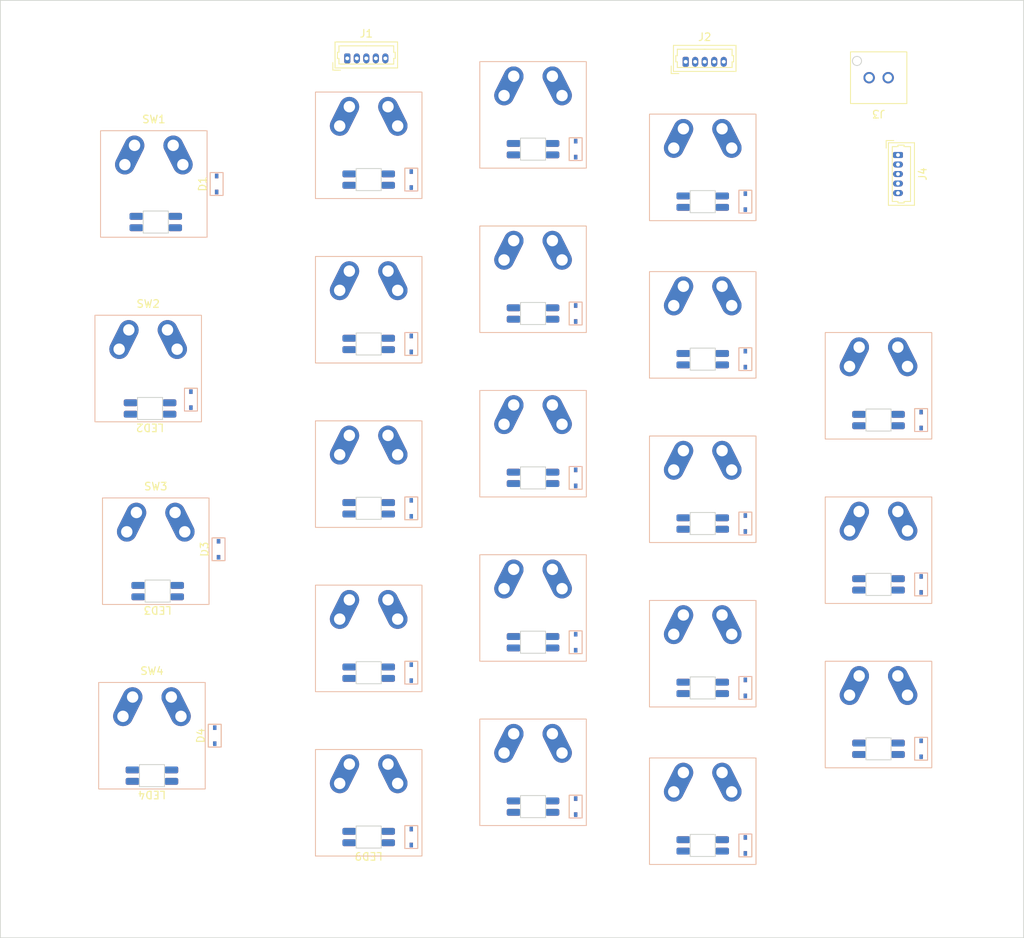
<source format=kicad_pcb>
(kicad_pcb (version 20211014) (generator pcbnew)
  (title_block (title "Keeb Keys") (date "2022-12-01") (rev "1") (company "Diego Covarrubias"))
  (layers (0 "F.Cu" signal) (31 "B.Cu" signal) (34 "B.Paste" user) (35 "F.Paste" user) (36 "B.SilkS" user "B.Silkscreen") (37 "F.SilkS" user "F.Silkscreen") (38 "B.Mask" user) (39 "F.Mask" user) (44 "Edge.Cuts" user))
  (net 0 "")
  (net 1 "COL1")
  (net 2 "Net-(D1-Pad2)")
  (net 3 "Net-(D2-Pad2)")
  (net 4 "Net-(D3-Pad2)")
  (net 5 "Net-(D4-Pad2)")
  (net 6 "Net-(D5-Pad2)")
  (net 7 "Net-(D6-Pad2)")
  (net 8 "Net-(D7-Pad2)")
  (net 9 "Net-(D8-Pad2)")
  (net 10 "Net-(D9-Pad2)")
  (net 11 "COL2")
  (net 12 "Net-(D10-Pad2)")
  (net 13 "Net-(D11-Pad2)")
  (net 14 "Net-(D12-Pad2)")
  (net 15 "Net-(D13-Pad2)")
  (net 16 "Net-(D14-Pad2)")
  (net 17 "COL3")
  (net 18 "Net-(D15-Pad2)")
  (net 19 "Net-(D16-Pad2)")
  (net 20 "Net-(D17-Pad2)")
  (net 21 "Net-(D18-Pad2)")
  (net 22 "Net-(D19-Pad2)")
  (net 23 "COL4")
  (net 24 "Net-(D20-Pad2)")
  (net 25 "Net-(D21-Pad2)")
  (net 26 "Net-(D22-Pad2)")
  (net 27 "COL5")
  (net 28 "ROW1")
  (net 29 "ROW2")
  (net 30 "ROW3")
  (net 31 "ROW4")
  (net 32 "ROW5")
  (net 33 "5V")
  (net 34 "GND")
  (net 35 "COL1_DIN")
  (net 36 "COL2_DIN")
  (net 37 "COL3_DIN")
  (net 38 "COL4_DIN")
  (net 39 "COL5_DIN")
  (net 40 "Net-(LED1-Pad4)")
  (net 41 "Net-(LED2-Pad4)")
  (net 42 "Net-(LED3-Pad4)")
  (net 44 "Net-(LED5-Pad4)")
  (net 45 "Net-(LED6-Pad4)")
  (net 46 "Net-(LED7-Pad4)")
  (net 47 "Net-(LED8-Pad4)")
  (net 49 "Net-(LED10-Pad4)")
  (net 50 "Net-(LED11-Pad4)")
  (net 51 "Net-(LED12-Pad4)")
  (net 52 "Net-(LED13-Pad4)")
  (net 54 "Net-(LED15-Pad4)")
  (net 55 "Net-(LED16-Pad4)")
  (net 56 "Net-(LED17-Pad4)")
  (net 57 "Net-(LED18-Pad4)")
  (net 59 "Net-(LED20-Pad4)")
  (net 60 "Net-(LED21-Pad4)")
  (footprint "klib:SMD_D-SOD-323-Reversible" (layer "F.Cu") (at 167.9 122.1 90)
    (fp_text reference "D18")
    (fp_text value "D_Schottky")
  )
  (footprint "klib:CHERRY_MX_SW-PCB-Reversible" (layer "F.Cu") (at 162.3 74.4)
    (fp_text reference "SW16")
    (fp_text value "SW_SPST")
  )
  (footprint "klib:SMD_D-SOD-323-Reversible" (layer "F.Cu") (at 98.67 103.88 90)
    (fp_text reference "D3")
    (fp_text value "D_Schottky")
  )
  (footprint "klib:CHERRY_MX_SW-PCB-Reversible" (layer "F.Cu") (at 162.3 96)
    (fp_text reference "SW17")
    (fp_text value "SW_SPST")
  )
  (footprint "Connector_Molex:Molex_PicoBlade_53047-0510_1x05_P1.25mm_Vertical" (layer "F.Cu") (at 160.06 39.82)
    (fp_text reference "J2")
    (fp_text value "Conn_01x05")
  )
  (footprint "klib:SMD_D-SOD-323-Reversible" (layer "F.Cu") (at 124 55.3 90)
    (fp_text reference "D5")
    (fp_text value "D_Schottky")
  )
  (footprint "klib:OPSCO_SK6812MINI-E" (layer "F.Cu") (at 162.3 100.5 180)
    (fp_text reference "LED17")
    (fp_text value "SK6812MINI-E")
    (fp_rect (start -1.65 -1.45) (end 1.65 1.45) (layer "Edge.Cuts") (width 0.12) (fill none))
  )
  (footprint "klib:OPSCO_SK6812MINI-E" (layer "F.Cu") (at 185.4 86.9 180)
    (fp_text reference "LED20")
    (fp_text value "SK6812MINI-E")
    (fp_rect (start -1.65 -1.45) (end 1.65 1.45) (layer "Edge.Cuts") (width 0.12) (fill none))
  )
  (footprint "klib:OPSCO_SK6812MINI-E" (layer "F.Cu") (at 140 94.5 180)
    (fp_text reference "LEDe")
    (fp_text value "SK6812MINI-E")
    (fp_rect (start -1.65 -1.45) (end 1.65 1.45) (layer "Edge.Cuts") (width 0.12) (fill none))
  )
  (footprint "klib:OPSCO_SK6812MINI-E" (layer "F.Cu") (at 118.4 55.3 180)
    (fp_text reference "LED5")
    (fp_text value "SK6812MINI-E")
    (fp_rect (start -1.65 -1.45) (end 1.65 1.45) (layer "Edge.Cuts") (width 0.12) (fill none))
  )
  (footprint "klib:CHERRY_MX_SW-PCB-Reversible" (layer "F.Cu") (at 162.3 138.3)
    (fp_text reference "SW19")
    (fp_text value "SW_SPST")
  )
  (footprint "klib:OPSCO_SK6812MINI-E" (layer "F.Cu") (at 185.4 130.1 180)
    (fp_text reference "LED22")
    (fp_text value "SK6812MINI-E")
    (fp_rect (start -1.65 -1.45) (end 1.65 1.45) (layer "Edge.Cuts") (width 0.12) (fill none))
  )
  (footprint "klib:CHERRY_MX_SW-PCB-Reversible" (layer "F.Cu") (at 89.42 80.13)
    (fp_text reference "SW2")
    (fp_text value "SW_SPST")
  )
  (footprint "klib:CHERRY_MX_SW-PCB-Reversible" (layer "F.Cu") (at 140 46.8)
    (fp_text reference "SW10")
    (fp_text value "SW_SPST")
  )
  (footprint "klib:OPSCO_SK6812MINI-E" (layer "F.Cu") (at 162.3 122.1 180)
    (fp_text reference "LED18")
    (fp_text value "SK6812MINI-E")
    (fp_rect (start -1.65 -1.45) (end 1.65 1.45) (layer "Edge.Cuts") (width 0.12) (fill none))
  )
  (footprint "klib:OPSCO_SK6812MINI-E" (layer "F.Cu") (at 140 72.9 180)
    (fp_text reference "LED11")
    (fp_text value "SK6812MINI-E")
    (fp_rect (start -1.65 -1.45) (end 1.65 1.45) (layer "Edge.Cuts") (width 0.12) (fill none))
  )
  (footprint "klib:CHERRY_MX_SW-PCB-Reversible" (layer "F.Cu") (at 118.4 115.6)
    (fp_text reference "SW8")
    (fp_text value "SW_SPST")
  )
  (footprint "klib:SMD_D-SOD-323-Reversible" (layer "F.Cu") (at 98.17 128.38 90)
    (fp_text reference "D4")
    (fp_text value "D_Schottky")
  )
  (footprint "klib:CHERRY_MX_SW-PCB-Reversible" (layer "F.Cu") (at 162.3 117.6)
    (fp_text reference "SW18")
    (fp_text value "SW_SPST")
  )
  (footprint "klib:CHERRY_MX_SW-PCB-Reversible" (layer "F.Cu") (at 118.4 94)
    (fp_text reference "SW7")
    (fp_text value "SW_SPST")
  )
  (footprint "klib:OPSCO_SK6812MINI-E" (layer "F.Cu") (at 118.4 98.5 180)
    (fp_text reference "LED7")
    (fp_text value "SK6812MINI-E")
    (fp_rect (start -1.65 -1.45) (end 1.65 1.45) (layer "Edge.Cuts") (width 0.12) (fill none))
  )
  (footprint "klib:OPSCO_SK6812MINI-E" (layer "F.Cu") (at 140 116.1 180)
    (fp_text reference "LED13")
    (fp_text value "SK6812MINI-E")
    (fp_rect (start -1.65 -1.45) (end 1.65 1.45) (layer "Edge.Cuts") (width 0.12) (fill none))
  )
  (footprint "klib:SMD_D-SOD-323-Reversible" (layer "F.Cu") (at 124 141.7 90)
    (fp_text reference "D9")
    (fp_text value "D_Schottky")
  )
  (footprint "klib:CHERRY_MX_SW-PCB-Reversible" (layer "F.Cu") (at 140 133.2)
    (fp_text reference "SW14")
    (fp_text value "SW_SPST")
  )
  (footprint "klib:SMD_D-SOD-323-Reversible" (layer "F.Cu") (at 167.9 58.2 90)
    (fp_text reference "D15")
    (fp_text value "D_Schottky")
  )
  (footprint "klib:SMD_D-SOD-323-Reversible" (layer "F.Cu") (at 145.6 51.3 90)
    (fp_text reference "D10")
    (fp_text value "D_Schottky")
  )
  (footprint "klib:CHERRY_MX_SW-PCB-Reversible" (layer "F.Cu") (at 185.4 104)
    (fp_text reference "SW21")
    (fp_text value "SW_SPST")
  )
  (footprint "klib:SMD_D-SOD-323-Reversible" (layer "F.Cu") (at 167.9 100.5 90)
    (fp_text reference "D17")
    (fp_text value "D_Schottky")
  )
  (footprint "klib:OPSCO_SK6812MINI-E" (layer "F.Cu") (at 118.4 76.9 180)
    (fp_text reference "LED6")
    (fp_text value "SK6812MINI-E")
    (fp_rect (start -1.65 -1.45) (end 1.65 1.45) (layer "Edge.Cuts") (width 0.12) (fill none))
  )
  (footprint "klib:CHERRY_MX_SW-PCB-Reversible" (layer "F.Cu") (at 89.92 128.38)
    (fp_text reference "SW4")
    (fp_text value "SW_SPST")
  )
  (footprint "klib:OPSCO_SK6812MINI-E" (layer "F.Cu") (at 162.3 142.8 180)
    (fp_text reference "LED19")
    (fp_text value "SK6812MINI-E")
    (fp_rect (start -1.65 -1.45) (end 1.65 1.45) (layer "Edge.Cuts") (width 0.12) (fill none))
  )
  (footprint "klib:SMD_D-SOD-323-Reversible" (layer "F.Cu") (at 145.6 116.1 90)
    (fp_text reference "D13")
    (fp_text value "D_Schottky")
  )
  (footprint "klib:SMD_D-SOD-323-Reversible" (layer "F.Cu") (at 167.9 142.8 90)
    (fp_text reference "D19")
    (fp_text value "D_Schottky")
  )
  (footprint "klib:SMD_D-SOD-323-Reversible" (layer "F.Cu") (at 124 120.1 90)
    (fp_text reference "D8")
    (fp_text value "D_Schottky")
  )
  (footprint "klib:CHERRY_MX_SW-PCB-Reversible" (layer "F.Cu") (at 162.3 53.7)
    (fp_text reference "SW15")
    (fp_text value "SW_SPST")
  )
  (footprint "Connector_Molex:Molex_PicoBlade_53047-0510_1x05_P1.25mm_Vertical" (layer "F.Cu") (at 187.96 52.07 -90)
    (fp_text reference "J4")
    (fp_text value "Conn_01x05")
  )
  (footprint "klib:SMD_D-SOD-323-Reversible" (layer "F.Cu") (at 145.6 72.9 90)
    (fp_text reference "D11")
    (fp_text value "D_Schottky")
  )
  (footprint "klib:OPSCO_SK6812MINI-E" (layer "F.Cu") (at 118.4 120.1 180)
    (fp_text reference "LED8")
    (fp_text value "SK6812MINI-E")
    (fp_rect (start -1.65 -1.45) (end 1.65 1.45) (layer "Edge.Cuts") (width 0.12) (fill none))
  )
  (footprint "klib:CHERRY_MX_SW-PCB-Reversible" (layer "F.Cu") (at 185.4 82.4)
    (fp_text reference "SW20")
    (fp_text value "SW_SPST")
  )
  (footprint "klib:SMD_D-SOD-323-Reversible" (layer "F.Cu") (at 191 86.9 90)
    (fp_text reference "D20")
    (fp_text value "D_Schottky")
  )
  (footprint "klib:SMD_D-SOD-323-Reversible" (layer "F.Cu") (at 124 76.9 90)
    (fp_text reference "D6")
    (fp_text value "D_Schottky")
  )
  (footprint "klib:OPSCO_SK6812MINI-E" (layer "F.Cu") (at 89.67 85.38 180)
    (fp_text reference "LED2")
    (fp_text value "SK6812MINI-E")
    (fp_rect (start -1.65 -1.45) (end 1.65 1.45) (layer "Edge.Cuts") (width 0.12) (fill none))
  )
  (footprint "klib:CHERRY_MX_SW-PCB-Reversible" (layer "F.Cu") (at 140 111.6)
    (fp_text reference "SW13")
    (fp_text value "SW_SPST")
  )
  (footprint "klib:SMD_D-SOD-323-Reversible" (layer "F.Cu") (at 145.6 137.7 90)
    (fp_text reference "D14")
    (fp_text value "D_Schottky")
  )
  (footprint "klib:SMD_D-SOD-323-Reversible" (layer "F.Cu") (at 191 108.5 90)
    (fp_text reference "D21")
    (fp_text value "D_Schottky")
  )
  (footprint "klib:SMD_D-SOD-323-Reversible" (layer "F.Cu") (at 191 130.1 90)
    (fp_text reference "D22")
    (fp_text value "D_Schottky")
  )
  (footprint "klib:CHERRY_MX_SW-PCB-Reversible" (layer "F.Cu") (at 90.17 55.88)
    (fp_text reference "SW1")
    (fp_text value "SW_SPST")
  )
  (footprint "klib:OPSCO_SK6812MINI-E" (layer "F.Cu") (at 89.92 133.63 180)
    (fp_text reference "LED4")
    (fp_text value "SK6812MINI-E")
    (fp_rect (start -1.65 -1.45) (end 1.65 1.45) (layer "Edge.Cuts") (width 0.12) (fill none))
  )
  (footprint "klib:SMD_D-SOD-323-Reversible" (layer "F.Cu") (at 98.42 55.88 90)
    (fp_text reference "D1")
    (fp_text value "D_Schottky")
  )
  (footprint "klib:CHERRY_MX_SW-PCB-Reversible" (layer "F.Cu") (at 118.4 72.4)
    (fp_text reference "SW6")
    (fp_text value "SW_SPST")
  )
  (footprint "klib:OPSCO_SK6812MINI-E" (layer "F.Cu") (at 140 137.7 180)
    (fp_text reference "LED14")
    (fp_text value "SK6812MINI-E")
    (fp_rect (start -1.65 -1.45) (end 1.65 1.45) (layer "Edge.Cuts") (width 0.12) (fill none))
  )
  (footprint "klib:OPSCO_SK6812MINI-E" (layer "F.Cu") (at 185.4 108.5 180)
    (fp_text reference "LED21")
    (fp_text value "SK6812MINI-E")
    (fp_rect (start -1.65 -1.45) (end 1.65 1.45) (layer "Edge.Cuts") (width 0.12) (fill none))
  )
  (footprint "klib:OPSCO_SK6812MINI-E" (layer "F.Cu") (at 140 51.3 180)
    (fp_text reference "LED10")
    (fp_text value "SK6812MINI-E")
    (fp_rect (start -1.65 -1.45) (end 1.65 1.45) (layer "Edge.Cuts") (width 0.12) (fill none))
  )
  (footprint "klib:CHERRY_MX_SW-PCB-Reversible" (layer "F.Cu") (at 90.42 104.13)
    (fp_text reference "SW3")
    (fp_text value "SW_SPST")
  )
  (footprint "klib:MOLEX_533750210-Mini-Lock-2Pin-Through-Hole" (layer "F.Cu") (at 185.42 41.91 180)
    (fp_text reference "J3")
    (fp_text value "Conn_01x02")
    (fp_circle (center 2.85 2.2) (end 3.45 2.2) (layer "Edge.Cuts") (width 0.12) (fill none))
  )
  (footprint "Connector_Molex:Molex_PicoBlade_53047-0510_1x05_P1.25mm_Vertical" (layer "F.Cu") (at 115.59 39.37)
    (fp_text reference "J1")
    (fp_text value "Conn_01x05")
  )
  (footprint "klib:OPSCO_SK6812MINI-E" (layer "F.Cu") (at 162.3 58.2 180)
    (fp_text reference "LED15")
    (fp_text value "SK6812MINI-E")
    (fp_rect (start -1.65 -1.45) (end 1.65 1.45) (layer "Edge.Cuts") (width 0.12) (fill none))
  )
  (footprint "klib:OPSCO_SK6812MINI-E" (layer "F.Cu") (at 90.67 109.38 180)
    (fp_text reference "LED3")
    (fp_text value "SK6812MINI-E")
    (fp_rect (start -1.65 -1.45) (end 1.65 1.45) (layer "Edge.Cuts") (width 0.12) (fill none))
  )
  (footprint "klib:SMD_D-SOD-323-Reversible" (layer "F.Cu") (at 167.9 78.9 90)
    (fp_text reference "D16")
    (fp_text value "D_Schottky")
  )
  (footprint "klib:OPSCO_SK6812MINI-E" (layer "F.Cu") (at 90.42 60.88 180)
    (fp_text reference "LED1")
    (fp_text value "SK6812MINI-E")
    (fp_rect (start -1.65 -1.45) (end 1.65 1.45) (layer "Edge.Cuts") (width 0.12) (fill none))
  )
  (footprint "klib:SMD_D-SOD-323-Reversible" (layer "F.Cu") (at 124 98.5 90)
    (fp_text reference "D7")
    (fp_text value "D_Schottky")
  )
  (footprint "klib:SMD_D-SOD-323-Reversible" (layer "F.Cu") (at 145.6 94.5 90)
    (fp_text reference "D12")
    (fp_text value "D_Schottky")
  )
  (footprint "klib:CHERRY_MX_SW-PCB-Reversible" (layer "F.Cu") (at 185.4 125.6)
    (fp_text reference "SW22")
    (fp_text value "SW_SPST")
  )
  (footprint "klib:CHERRY_MX_SW-PCB-Reversible" (layer "F.Cu") (at 118.4 50.8)
    (fp_text reference "SW5")
    (fp_text value "SW_SPST")
  )
  (footprint "klib:OPSCO_SK6812MINI-E" (layer "F.Cu") (at 118.4 141.7 180)
    (fp_text reference "LED9")
    (fp_text value "SK6812MINI-E")
    (fp_rect (start -1.65 -1.45) (end 1.65 1.45) (layer "Edge.Cuts") (width 0.12) (fill none))
  )
  (footprint "klib:CHERRY_MX_SW-PCB-Reversible" (layer "F.Cu") (at 118.4 137.2)
    (fp_text reference "SW9")
    (fp_text value "SW_SPST")
  )
  (footprint "klib:OPSCO_SK6812MINI-E" (layer "F.Cu") (at 162.3 78.9 180)
    (fp_text reference "LED16")
    (fp_text value "SK6812MINI-E")
    (fp_rect (start -1.65 -1.45) (end 1.65 1.45) (layer "Edge.Cuts") (width 0.12) (fill none))
  )
  (footprint "klib:CHERRY_MX_SW-PCB-Reversible" (layer "F.Cu") (at 140 68.4)
    (fp_text reference "SW11")
    (fp_text value "SW_SPST")
  )
  (footprint "klib:SMD_D-SOD-323-Reversible" (layer "F.Cu") (at 95.04 84.22 90)
    (fp_text reference "D2")
    (fp_text value "D_Schottky")
  )
  (footprint "klib:CHERRY_MX_SW-PCB-Reversible" (layer "F.Cu") (at 140 90)
    (fp_text reference "SW12")
    (fp_text value "SW_SPST")
  )
  (gr_rect (start 70 31.75) (end 204.47 154.94) (layer "Edge.Cuts") (width 0.1) (fill none))
)
</source>
